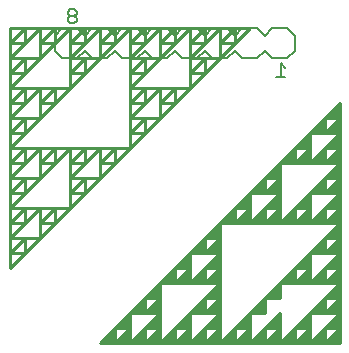
<source format=gbo>
G75*
G70*
%OFA0B0*%
%FSLAX24Y24*%
%IPPOS*%
%LPD*%
%AMOC8*
5,1,8,0,0,1.08239X$1,22.5*
%
%ADD10C,0.0100*%
%ADD11C,0.0060*%
%ADD12C,0.0050*%
D10*
X001276Y003151D02*
X001276Y003651D01*
X001776Y003651D01*
X001776Y004151D01*
X002276Y004151D01*
X002276Y004651D01*
X002776Y004651D01*
X002776Y005151D01*
X003276Y005151D01*
X002776Y004651D01*
X002776Y005151D01*
X002276Y004651D01*
X002276Y004151D01*
X002776Y004651D01*
X002276Y004651D02*
X002276Y005151D01*
X002776Y005151D01*
X002276Y005151D02*
X002276Y004651D01*
X002276Y004151D02*
X001776Y003651D01*
X001776Y004151D01*
X001276Y003651D01*
X001276Y003151D01*
X001776Y003651D01*
X001276Y003151D01*
X001276Y003651D01*
X001776Y003651D01*
X001276Y003651D02*
X001276Y003151D01*
X001276Y003651D02*
X001276Y004151D01*
X001776Y004151D01*
X001276Y004151D02*
X001276Y003651D01*
X001276Y004151D02*
X001276Y004651D01*
X001776Y004651D01*
X001276Y004151D01*
X001276Y004651D01*
X001276Y005151D01*
X001776Y005151D01*
X001776Y004651D01*
X002276Y005151D01*
X001776Y005151D01*
X001776Y004651D01*
X001276Y004651D02*
X001276Y005151D01*
X001276Y005651D01*
X001776Y005651D01*
X001776Y006151D01*
X002276Y006151D01*
X002276Y006651D01*
X002776Y006651D01*
X002776Y007151D01*
X003276Y007151D01*
X003276Y006651D01*
X003276Y006151D01*
X003276Y005651D01*
X003276Y005151D01*
X003776Y005651D01*
X003776Y006151D01*
X004276Y006151D01*
X004276Y006651D01*
X004776Y006651D01*
X004776Y007151D01*
X005276Y007151D01*
X004776Y006651D01*
X004776Y007151D01*
X004276Y006651D01*
X004276Y006151D01*
X004776Y006651D01*
X004276Y006651D02*
X004276Y007151D01*
X004776Y007151D01*
X004276Y007151D02*
X004276Y006651D01*
X003776Y006651D02*
X003776Y007151D01*
X004276Y007151D01*
X003776Y006651D01*
X003276Y006151D01*
X003776Y006151D01*
X003776Y005651D01*
X004276Y006151D01*
X003776Y006151D02*
X003276Y005651D01*
X003776Y005651D01*
X003276Y005151D01*
X003276Y005651D01*
X003276Y005151D01*
X003276Y005651D01*
X003776Y005651D01*
X003276Y005651D02*
X003276Y006151D01*
X003276Y006651D01*
X003776Y006651D01*
X003776Y007151D01*
X003276Y006651D01*
X003276Y007151D01*
X003776Y007151D01*
X003276Y007151D02*
X002776Y006651D01*
X002776Y007151D01*
X002276Y006651D01*
X002276Y006151D01*
X002776Y006651D01*
X002276Y006651D02*
X002276Y007151D01*
X002776Y007151D01*
X002276Y007151D02*
X002276Y006651D01*
X001776Y006651D02*
X001776Y007151D01*
X002276Y007151D01*
X001776Y006651D01*
X001276Y006151D01*
X001276Y005651D01*
X001276Y005151D01*
X001776Y005651D01*
X002276Y006151D01*
X001776Y006151D02*
X001776Y005651D01*
X001276Y005151D01*
X001276Y005651D01*
X001776Y005651D01*
X001776Y005151D02*
X001276Y004651D01*
X001276Y005151D02*
X001276Y005651D01*
X001776Y006151D01*
X001276Y006151D01*
X001276Y005651D01*
X001276Y006151D02*
X001276Y006651D01*
X001776Y006651D01*
X001776Y007151D01*
X001276Y006651D01*
X001276Y006151D01*
X001276Y006651D02*
X001276Y007151D01*
X001776Y007151D01*
X001276Y007151D02*
X001276Y006651D01*
X001276Y007151D02*
X001276Y007651D01*
X001776Y007651D01*
X001776Y008151D01*
X002276Y008151D01*
X002276Y008651D01*
X002776Y008651D01*
X002776Y009151D01*
X003276Y009151D01*
X002776Y008651D01*
X002776Y009151D01*
X002276Y008651D01*
X002276Y008151D01*
X002776Y008651D01*
X002276Y008651D02*
X002276Y009151D01*
X002776Y009151D01*
X002276Y009151D02*
X002276Y008651D01*
X002276Y008151D02*
X001776Y007651D01*
X001776Y008151D01*
X001276Y007651D01*
X001276Y007151D01*
X001776Y007651D01*
X001276Y007151D01*
X001276Y007651D01*
X001776Y007651D01*
X001276Y007651D02*
X001276Y007151D01*
X001276Y007651D02*
X001276Y008151D01*
X001776Y008151D01*
X001276Y008151D02*
X001276Y007651D01*
X001276Y008151D02*
X001276Y008651D01*
X001776Y008651D01*
X001276Y008151D01*
X001276Y008651D01*
X001276Y009151D01*
X001776Y009151D01*
X001776Y008651D01*
X002276Y009151D01*
X001776Y009151D01*
X001776Y008651D01*
X001276Y008651D02*
X001276Y009151D01*
X001276Y009651D01*
X001776Y009651D01*
X001776Y010151D01*
X002276Y010151D01*
X002276Y010651D01*
X002776Y010651D01*
X002776Y011151D01*
X003276Y011151D01*
X003276Y010651D01*
X003276Y010151D01*
X003276Y009651D01*
X003276Y009151D01*
X003776Y009651D01*
X003776Y010151D01*
X004276Y010151D01*
X004276Y010651D01*
X004776Y010651D01*
X004776Y011151D01*
X005276Y011151D01*
X005276Y010651D01*
X005276Y010151D01*
X005276Y009651D01*
X005276Y009151D01*
X005276Y008651D01*
X005276Y008151D01*
X005276Y007651D01*
X005276Y007151D01*
X005776Y007651D01*
X005776Y008151D01*
X006276Y008151D01*
X006276Y008651D01*
X006776Y008651D01*
X006776Y009151D01*
X007276Y009151D01*
X006776Y008651D01*
X006776Y009151D01*
X006276Y008651D01*
X006276Y008151D01*
X006776Y008651D01*
X006276Y008651D02*
X006276Y009151D01*
X006776Y009151D01*
X006276Y009151D02*
X006276Y008651D01*
X006276Y008151D02*
X005776Y007651D01*
X005776Y008151D01*
X005276Y007651D01*
X005776Y007651D01*
X005276Y007151D01*
X005276Y007651D01*
X005276Y007151D01*
X005276Y007651D01*
X005776Y007651D01*
X005276Y007651D02*
X005276Y008151D01*
X005776Y008151D01*
X005276Y008151D02*
X005276Y008651D01*
X005776Y008651D01*
X005276Y008151D01*
X005276Y008651D02*
X005776Y009151D01*
X005776Y008651D01*
X006276Y009151D01*
X005776Y009151D01*
X005776Y008651D01*
X005276Y008651D02*
X005276Y009151D01*
X005776Y009151D01*
X005276Y009151D02*
X005276Y009651D01*
X005776Y009651D01*
X005776Y010151D01*
X006276Y010151D01*
X006276Y010651D01*
X006776Y010651D01*
X006776Y011151D01*
X007276Y011151D01*
X007276Y010651D01*
X007276Y010151D01*
X007276Y009651D01*
X007276Y009151D01*
X007776Y009651D01*
X007776Y010151D01*
X008276Y010151D01*
X008276Y010651D01*
X008776Y010651D01*
X008776Y011151D01*
X009276Y011151D01*
X008776Y010651D01*
X008776Y011151D01*
X008276Y010651D01*
X008276Y010151D01*
X008776Y010651D01*
X008276Y010651D02*
X008276Y011151D01*
X008776Y011151D01*
X008276Y011151D02*
X008276Y010651D01*
X008276Y010151D02*
X007776Y009651D01*
X007776Y010151D01*
X007276Y009651D01*
X007776Y009651D01*
X007276Y009151D01*
X007276Y009651D01*
X007276Y009151D01*
X007276Y009651D01*
X007776Y009651D01*
X007276Y009651D02*
X007276Y010151D01*
X007776Y010151D01*
X007276Y010151D02*
X007276Y010651D01*
X007776Y010651D01*
X007276Y010151D01*
X007276Y010651D02*
X007776Y011151D01*
X007776Y010651D01*
X008276Y011151D01*
X007776Y011151D01*
X007776Y010651D01*
X007276Y010651D02*
X007276Y011151D01*
X007776Y011151D01*
X007276Y011151D02*
X006776Y010651D01*
X006776Y011151D01*
X006276Y010651D01*
X006276Y010151D01*
X006776Y010651D01*
X006276Y010651D02*
X006276Y011151D01*
X006776Y011151D01*
X006276Y011151D02*
X006276Y010651D01*
X006276Y010151D02*
X005776Y009651D01*
X005776Y010151D01*
X005276Y009651D01*
X005276Y009151D01*
X005776Y009651D01*
X005276Y009151D01*
X005276Y009651D01*
X005776Y009651D01*
X005276Y009651D02*
X005276Y010151D01*
X005776Y010151D01*
X005276Y010151D02*
X005276Y010651D01*
X005776Y010651D01*
X005276Y010151D01*
X005276Y010651D02*
X005776Y011151D01*
X005776Y010651D01*
X006276Y011151D01*
X005776Y011151D01*
X005776Y010651D01*
X005276Y010651D02*
X005276Y011151D01*
X005776Y011151D01*
X005276Y011151D02*
X004776Y010651D01*
X004776Y011151D01*
X004276Y010651D01*
X004276Y010151D01*
X004776Y010651D01*
X004276Y010651D02*
X004276Y011151D01*
X004776Y011151D01*
X004276Y011151D02*
X004276Y010651D01*
X004276Y010151D02*
X003776Y009651D01*
X003776Y010151D01*
X003276Y009651D01*
X003776Y009651D01*
X003276Y009151D01*
X003276Y009651D01*
X003276Y009151D01*
X003276Y009651D01*
X003776Y009651D01*
X003276Y009651D02*
X003276Y010151D01*
X003776Y010151D01*
X003276Y010151D02*
X003276Y010651D01*
X003776Y010651D01*
X003276Y010151D01*
X003276Y010651D02*
X003776Y011151D01*
X003776Y010651D01*
X004276Y011151D01*
X003776Y011151D01*
X003776Y010651D01*
X003276Y010651D02*
X003276Y011151D01*
X003776Y011151D01*
X003276Y011151D02*
X002776Y010651D01*
X002776Y011151D01*
X002276Y010651D01*
X002276Y010151D01*
X002776Y010651D01*
X002276Y010651D02*
X002276Y011151D01*
X002776Y011151D01*
X002276Y011151D02*
X002276Y010651D01*
X002276Y010151D02*
X001776Y009651D01*
X001776Y010151D01*
X001276Y009651D01*
X001276Y009151D01*
X001776Y009651D01*
X001276Y009151D01*
X001276Y009651D01*
X001776Y009651D01*
X001776Y009151D02*
X001276Y008651D01*
X001276Y009151D02*
X001276Y009651D01*
X001276Y010151D01*
X001776Y010151D01*
X001276Y010151D02*
X001276Y010651D01*
X001776Y010651D01*
X001276Y010151D01*
X001276Y009651D01*
X001276Y010151D02*
X001276Y010651D01*
X001276Y011151D01*
X001776Y011151D01*
X001776Y010651D01*
X002276Y011151D01*
X001776Y011151D01*
X001776Y010651D01*
X001276Y010651D02*
X001276Y011151D01*
X001776Y011151D02*
X001276Y010651D01*
X008013Y004389D02*
X008276Y004389D01*
X008276Y004487D02*
X008112Y004487D01*
X008211Y004586D02*
X008276Y004586D01*
X008276Y004651D02*
X007776Y004151D01*
X008276Y004151D01*
X008276Y004651D01*
X008776Y005151D01*
X009276Y005651D01*
X009276Y005151D01*
X008776Y005151D01*
X008776Y004651D01*
X008276Y004651D01*
X008309Y004684D02*
X008776Y004684D01*
X008776Y004651D02*
X009276Y005151D01*
X009276Y004651D01*
X008776Y004651D01*
X008809Y004684D02*
X009276Y004684D01*
X009276Y004651D02*
X009776Y005151D01*
X010276Y005651D01*
X010276Y005151D01*
X009776Y005151D01*
X009776Y004651D01*
X009276Y004651D01*
X009309Y004684D02*
X009776Y004684D01*
X009776Y004651D02*
X010276Y005151D01*
X010276Y004651D01*
X009776Y004651D01*
X009809Y004684D02*
X010276Y004684D01*
X010276Y004651D02*
X010776Y005151D01*
X011276Y005651D01*
X011276Y005151D01*
X010776Y005151D01*
X010776Y004651D01*
X010276Y004651D01*
X010309Y004684D02*
X010776Y004684D01*
X010776Y004651D02*
X011276Y005151D01*
X011276Y004651D01*
X010776Y004651D01*
X010809Y004684D02*
X011276Y004684D01*
X011276Y004651D02*
X011776Y005151D01*
X012276Y005651D01*
X012276Y005151D01*
X011776Y005151D01*
X011776Y004651D01*
X011276Y004651D01*
X011309Y004684D02*
X011776Y004684D01*
X011776Y004651D02*
X012276Y005151D01*
X012276Y004651D01*
X011776Y004151D01*
X012276Y004151D01*
X012276Y004651D01*
X011776Y004651D01*
X011809Y004684D02*
X012276Y004684D01*
X012276Y004586D02*
X012211Y004586D01*
X012276Y004487D02*
X012112Y004487D01*
X012013Y004389D02*
X012276Y004389D01*
X012276Y004290D02*
X011915Y004290D01*
X011816Y004191D02*
X012276Y004191D01*
X012276Y004151D02*
X011776Y003651D01*
X011776Y004151D01*
X011276Y003651D01*
X010776Y003151D01*
X011276Y003151D01*
X011276Y003651D01*
X011776Y003651D01*
X012276Y003651D01*
X011776Y003151D01*
X012276Y003151D01*
X012276Y003651D01*
X012276Y004151D01*
X012276Y004093D02*
X012218Y004093D01*
X012276Y003994D02*
X012119Y003994D01*
X012021Y003896D02*
X012276Y003896D01*
X012276Y003797D02*
X011922Y003797D01*
X011824Y003699D02*
X012276Y003699D01*
X012276Y003600D02*
X012225Y003600D01*
X012276Y003502D02*
X012127Y003502D01*
X012028Y003403D02*
X012276Y003403D01*
X012276Y003305D02*
X011929Y003305D01*
X011831Y003206D02*
X012276Y003206D01*
X012276Y003151D02*
X011776Y002651D01*
X011776Y003151D01*
X011276Y002651D01*
X011276Y003151D01*
X010776Y002651D01*
X010776Y003151D01*
X010276Y002651D01*
X009776Y002151D01*
X010276Y002151D01*
X010276Y002651D01*
X010776Y002651D01*
X011276Y002651D01*
X011776Y002651D01*
X012276Y002651D01*
X011776Y002151D01*
X012276Y002151D01*
X012276Y002651D01*
X012276Y003151D01*
X012276Y003107D02*
X012232Y003107D01*
X012276Y003009D02*
X012134Y003009D01*
X012035Y002910D02*
X012276Y002910D01*
X012276Y002812D02*
X011937Y002812D01*
X011838Y002713D02*
X012276Y002713D01*
X012276Y002615D02*
X012240Y002615D01*
X012276Y002516D02*
X012141Y002516D01*
X012043Y002418D02*
X012276Y002418D01*
X012276Y002319D02*
X011944Y002319D01*
X011845Y002221D02*
X012276Y002221D01*
X012276Y002151D02*
X011776Y001651D01*
X011776Y002151D01*
X011276Y001651D01*
X010776Y001151D01*
X011276Y001151D01*
X011276Y001651D01*
X011776Y001651D01*
X012276Y001651D01*
X011776Y001151D01*
X012276Y001151D01*
X012276Y001651D01*
X012276Y002151D01*
X012276Y002122D02*
X012247Y002122D01*
X012276Y002024D02*
X012148Y002024D01*
X012050Y001925D02*
X012276Y001925D01*
X012276Y001826D02*
X011951Y001826D01*
X011853Y001728D02*
X012276Y001728D01*
X012276Y001629D02*
X012254Y001629D01*
X012276Y001531D02*
X012156Y001531D01*
X012057Y001432D02*
X012276Y001432D01*
X012276Y001334D02*
X011959Y001334D01*
X011860Y001235D02*
X012276Y001235D01*
X012276Y001151D02*
X011776Y000651D01*
X011776Y001151D01*
X011276Y000651D01*
X011276Y001151D01*
X010776Y000651D01*
X010776Y001151D01*
X010276Y000651D01*
X010276Y001151D01*
X010276Y001651D01*
X009776Y001151D01*
X010276Y001151D01*
X009776Y000651D01*
X009776Y001151D01*
X009276Y000651D01*
X009276Y001151D01*
X009276Y001651D01*
X008776Y001151D01*
X009276Y001151D01*
X008776Y000651D01*
X008776Y001151D01*
X008276Y000651D01*
X008276Y001151D01*
X008276Y001651D01*
X007776Y001151D01*
X008276Y001151D01*
X007776Y000651D01*
X007776Y001151D01*
X007276Y000651D01*
X007276Y001151D01*
X007276Y001651D01*
X006776Y001151D01*
X007276Y001151D01*
X006776Y000651D01*
X006776Y001151D01*
X006276Y000651D01*
X006276Y001151D01*
X006276Y001651D01*
X005776Y001151D01*
X006276Y001151D01*
X005776Y000651D01*
X005776Y001151D01*
X005276Y000651D01*
X005276Y001151D01*
X005276Y001651D01*
X004776Y001151D01*
X005276Y001151D01*
X004776Y000651D01*
X004776Y001151D01*
X004276Y000651D01*
X004776Y000651D01*
X005276Y000651D01*
X005776Y000651D01*
X006276Y000651D01*
X006776Y000651D01*
X007276Y000651D01*
X007776Y000651D01*
X008276Y000651D01*
X008776Y000651D01*
X009276Y000651D01*
X009776Y000651D01*
X010276Y000651D01*
X010776Y000651D01*
X011276Y000651D01*
X011776Y000651D01*
X012276Y000651D01*
X012276Y001151D01*
X012276Y001137D02*
X012261Y001137D01*
X012276Y001038D02*
X012163Y001038D01*
X012064Y000940D02*
X012276Y000940D01*
X012276Y000841D02*
X011966Y000841D01*
X011867Y000742D02*
X012276Y000742D01*
X011776Y000742D02*
X011367Y000742D01*
X011276Y000742D02*
X010867Y000742D01*
X010776Y000742D02*
X010367Y000742D01*
X010276Y000742D02*
X009867Y000742D01*
X009776Y000742D02*
X009367Y000742D01*
X009276Y000742D02*
X008867Y000742D01*
X008776Y000742D02*
X008367Y000742D01*
X008276Y000742D02*
X007867Y000742D01*
X007776Y000742D02*
X007367Y000742D01*
X007276Y000742D02*
X006867Y000742D01*
X006776Y000742D02*
X006367Y000742D01*
X006276Y000742D02*
X005867Y000742D01*
X005776Y000742D02*
X005367Y000742D01*
X005276Y000742D02*
X004867Y000742D01*
X004776Y000742D02*
X004367Y000742D01*
X004466Y000841D02*
X004776Y000841D01*
X004776Y000940D02*
X004564Y000940D01*
X004663Y001038D02*
X004776Y001038D01*
X004776Y001137D02*
X004761Y001137D01*
X004860Y001235D02*
X005276Y001235D01*
X005276Y001137D02*
X005261Y001137D01*
X005276Y001038D02*
X005163Y001038D01*
X005064Y000940D02*
X005276Y000940D01*
X005276Y000841D02*
X004966Y000841D01*
X005466Y000841D02*
X005776Y000841D01*
X005776Y000940D02*
X005564Y000940D01*
X005663Y001038D02*
X005776Y001038D01*
X005776Y001137D02*
X005761Y001137D01*
X005860Y001235D02*
X006276Y001235D01*
X006276Y001137D02*
X006261Y001137D01*
X006276Y001038D02*
X006163Y001038D01*
X006064Y000940D02*
X006276Y000940D01*
X006276Y000841D02*
X005966Y000841D01*
X006466Y000841D02*
X006776Y000841D01*
X006776Y000940D02*
X006564Y000940D01*
X006663Y001038D02*
X006776Y001038D01*
X006776Y001137D02*
X006761Y001137D01*
X006860Y001235D02*
X007276Y001235D01*
X007276Y001137D02*
X007261Y001137D01*
X007276Y001038D02*
X007163Y001038D01*
X007064Y000940D02*
X007276Y000940D01*
X007276Y000841D02*
X006966Y000841D01*
X007466Y000841D02*
X007776Y000841D01*
X007776Y000940D02*
X007564Y000940D01*
X007663Y001038D02*
X007776Y001038D01*
X007776Y001137D02*
X007761Y001137D01*
X007860Y001235D02*
X008276Y001235D01*
X008276Y001137D02*
X008261Y001137D01*
X008276Y001038D02*
X008163Y001038D01*
X008064Y000940D02*
X008276Y000940D01*
X008276Y000841D02*
X007966Y000841D01*
X008466Y000841D02*
X008776Y000841D01*
X008776Y000940D02*
X008564Y000940D01*
X008663Y001038D02*
X008776Y001038D01*
X008776Y001137D02*
X008761Y001137D01*
X008860Y001235D02*
X009276Y001235D01*
X009276Y001137D02*
X009261Y001137D01*
X009276Y001038D02*
X009163Y001038D01*
X009064Y000940D02*
X009276Y000940D01*
X009276Y000841D02*
X008966Y000841D01*
X009466Y000841D02*
X009776Y000841D01*
X009776Y000940D02*
X009564Y000940D01*
X009663Y001038D02*
X009776Y001038D01*
X009776Y001137D02*
X009761Y001137D01*
X009860Y001235D02*
X010276Y001235D01*
X010276Y001137D02*
X010261Y001137D01*
X010276Y001038D02*
X010163Y001038D01*
X010064Y000940D02*
X010276Y000940D01*
X010276Y000841D02*
X009966Y000841D01*
X010466Y000841D02*
X010776Y000841D01*
X010776Y000940D02*
X010564Y000940D01*
X010663Y001038D02*
X010776Y001038D01*
X010776Y001137D02*
X010761Y001137D01*
X010860Y001235D02*
X011276Y001235D01*
X011276Y001137D02*
X011261Y001137D01*
X011276Y001038D02*
X011163Y001038D01*
X011064Y000940D02*
X011276Y000940D01*
X011276Y000841D02*
X010966Y000841D01*
X011466Y000841D02*
X011776Y000841D01*
X011776Y000940D02*
X011564Y000940D01*
X011663Y001038D02*
X011776Y001038D01*
X011776Y001137D02*
X011761Y001137D01*
X011276Y001334D02*
X010959Y001334D01*
X011057Y001432D02*
X011276Y001432D01*
X011276Y001531D02*
X011156Y001531D01*
X011254Y001629D02*
X011276Y001629D01*
X011353Y001728D02*
X011776Y001728D01*
X011776Y001826D02*
X011451Y001826D01*
X011550Y001925D02*
X011776Y001925D01*
X011776Y002024D02*
X011648Y002024D01*
X011747Y002122D02*
X011776Y002122D01*
X011776Y002713D02*
X011338Y002713D01*
X011276Y002713D02*
X010838Y002713D01*
X010776Y002713D02*
X010338Y002713D01*
X010276Y002615D02*
X010240Y002615D01*
X010276Y002516D02*
X010141Y002516D01*
X010043Y002418D02*
X010276Y002418D01*
X010276Y002319D02*
X009944Y002319D01*
X009845Y002221D02*
X010276Y002221D01*
X009776Y002151D02*
X009776Y001651D01*
X009276Y001651D01*
X009776Y002151D01*
X009776Y002122D02*
X009747Y002122D01*
X009776Y002024D02*
X009648Y002024D01*
X009550Y001925D02*
X009776Y001925D01*
X009776Y001826D02*
X009451Y001826D01*
X009353Y001728D02*
X009776Y001728D01*
X010057Y001432D02*
X010276Y001432D01*
X010276Y001334D02*
X009959Y001334D01*
X010156Y001531D02*
X010276Y001531D01*
X010276Y001629D02*
X010254Y001629D01*
X009276Y001629D02*
X009254Y001629D01*
X009276Y001531D02*
X009156Y001531D01*
X009057Y001432D02*
X009276Y001432D01*
X009276Y001334D02*
X008959Y001334D01*
X008276Y001334D02*
X007959Y001334D01*
X008057Y001432D02*
X008276Y001432D01*
X008276Y001531D02*
X008156Y001531D01*
X008254Y001629D02*
X008276Y001629D01*
X008276Y001651D02*
X008276Y002151D01*
X008276Y002651D01*
X007776Y002151D01*
X008276Y002151D01*
X007776Y001651D01*
X007776Y002151D01*
X007276Y001651D01*
X007776Y001651D01*
X008276Y001651D01*
X008276Y001728D02*
X007853Y001728D01*
X007776Y001728D02*
X007353Y001728D01*
X007276Y001629D02*
X007254Y001629D01*
X007276Y001531D02*
X007156Y001531D01*
X007057Y001432D02*
X007276Y001432D01*
X007276Y001334D02*
X006959Y001334D01*
X007451Y001826D02*
X007776Y001826D01*
X007776Y001925D02*
X007550Y001925D01*
X007648Y002024D02*
X007776Y002024D01*
X007776Y002122D02*
X007747Y002122D01*
X007845Y002221D02*
X008276Y002221D01*
X008276Y002319D02*
X007944Y002319D01*
X008043Y002418D02*
X008276Y002418D01*
X008276Y002516D02*
X008141Y002516D01*
X008240Y002615D02*
X008276Y002615D01*
X008276Y002651D02*
X008276Y003151D01*
X008276Y003651D01*
X007776Y003151D01*
X008276Y003151D01*
X007776Y002651D01*
X007776Y003151D01*
X007276Y002651D01*
X007276Y003151D01*
X007276Y003651D01*
X006776Y003151D01*
X007276Y003151D01*
X006776Y002651D01*
X006776Y003151D01*
X006276Y002651D01*
X005776Y002151D01*
X006276Y002151D01*
X006276Y002651D01*
X006776Y002651D01*
X007276Y002651D01*
X007776Y002651D01*
X008276Y002651D01*
X008276Y002713D02*
X007838Y002713D01*
X007776Y002713D02*
X007338Y002713D01*
X007276Y002713D02*
X006838Y002713D01*
X006776Y002713D02*
X006338Y002713D01*
X006276Y002615D02*
X006240Y002615D01*
X006276Y002516D02*
X006141Y002516D01*
X006043Y002418D02*
X006276Y002418D01*
X006276Y002319D02*
X005944Y002319D01*
X005845Y002221D02*
X006276Y002221D01*
X006276Y002151D02*
X005776Y001651D01*
X005776Y002151D01*
X005276Y001651D01*
X005776Y001651D01*
X006276Y001651D01*
X006276Y002151D01*
X006276Y002122D02*
X006247Y002122D01*
X006276Y002024D02*
X006148Y002024D01*
X006050Y001925D02*
X006276Y001925D01*
X006276Y001826D02*
X005951Y001826D01*
X005853Y001728D02*
X006276Y001728D01*
X006276Y001629D02*
X006254Y001629D01*
X006276Y001531D02*
X006156Y001531D01*
X006057Y001432D02*
X006276Y001432D01*
X006276Y001334D02*
X005959Y001334D01*
X005776Y001728D02*
X005353Y001728D01*
X005276Y001629D02*
X005254Y001629D01*
X005276Y001531D02*
X005156Y001531D01*
X005057Y001432D02*
X005276Y001432D01*
X005276Y001334D02*
X004959Y001334D01*
X005451Y001826D02*
X005776Y001826D01*
X005776Y001925D02*
X005550Y001925D01*
X005648Y002024D02*
X005776Y002024D01*
X005776Y002122D02*
X005747Y002122D01*
X006437Y002812D02*
X006776Y002812D01*
X006776Y002910D02*
X006535Y002910D01*
X006634Y003009D02*
X006776Y003009D01*
X006776Y003107D02*
X006732Y003107D01*
X006831Y003206D02*
X007276Y003206D01*
X007276Y003107D02*
X007232Y003107D01*
X007276Y003009D02*
X007134Y003009D01*
X007035Y002910D02*
X007276Y002910D01*
X007276Y002812D02*
X006937Y002812D01*
X006929Y003305D02*
X007276Y003305D01*
X007276Y003403D02*
X007028Y003403D01*
X007127Y003502D02*
X007276Y003502D01*
X007276Y003600D02*
X007225Y003600D01*
X007276Y003651D02*
X007776Y004151D01*
X007776Y003651D01*
X007276Y003651D01*
X007324Y003699D02*
X007776Y003699D01*
X007824Y003699D02*
X008276Y003699D01*
X008276Y003651D02*
X008276Y004151D01*
X007776Y003651D01*
X008276Y003651D01*
X008276Y003600D02*
X008225Y003600D01*
X008276Y003502D02*
X008127Y003502D01*
X008028Y003403D02*
X008276Y003403D01*
X008276Y003305D02*
X007929Y003305D01*
X007831Y003206D02*
X008276Y003206D01*
X008276Y003107D02*
X008232Y003107D01*
X008276Y003009D02*
X008134Y003009D01*
X008035Y002910D02*
X008276Y002910D01*
X008276Y002812D02*
X007937Y002812D01*
X007776Y002812D02*
X007437Y002812D01*
X007535Y002910D02*
X007776Y002910D01*
X007776Y003009D02*
X007634Y003009D01*
X007732Y003107D02*
X007776Y003107D01*
X007776Y003797D02*
X007422Y003797D01*
X007521Y003896D02*
X007776Y003896D01*
X007776Y003994D02*
X007619Y003994D01*
X007718Y004093D02*
X007776Y004093D01*
X007816Y004191D02*
X008276Y004191D01*
X008276Y004093D02*
X008218Y004093D01*
X008276Y003994D02*
X008119Y003994D01*
X008021Y003896D02*
X008276Y003896D01*
X008276Y003797D02*
X007922Y003797D01*
X007915Y004290D02*
X008276Y004290D01*
X008408Y004783D02*
X008776Y004783D01*
X008776Y004881D02*
X008506Y004881D01*
X008605Y004980D02*
X008776Y004980D01*
X008776Y005078D02*
X008703Y005078D01*
X008802Y005177D02*
X009276Y005177D01*
X009276Y005275D02*
X008900Y005275D01*
X008999Y005374D02*
X009276Y005374D01*
X009276Y005473D02*
X009097Y005473D01*
X009196Y005571D02*
X009276Y005571D01*
X009276Y005651D02*
X009776Y006151D01*
X010276Y006651D01*
X010276Y006151D01*
X009776Y006151D01*
X009776Y005651D01*
X009276Y005651D01*
X009294Y005670D02*
X009776Y005670D01*
X009794Y005670D02*
X010276Y005670D01*
X010276Y005651D02*
X010276Y006151D01*
X009776Y005651D01*
X010276Y005651D01*
X010276Y005571D02*
X010196Y005571D01*
X010276Y005473D02*
X010097Y005473D01*
X009999Y005374D02*
X010276Y005374D01*
X010276Y005275D02*
X009900Y005275D01*
X009802Y005177D02*
X010276Y005177D01*
X010276Y005078D02*
X010203Y005078D01*
X010276Y004980D02*
X010105Y004980D01*
X010006Y004881D02*
X010276Y004881D01*
X010276Y004783D02*
X009908Y004783D01*
X009776Y004783D02*
X009408Y004783D01*
X009276Y004783D02*
X008908Y004783D01*
X009006Y004881D02*
X009276Y004881D01*
X009276Y004980D02*
X009105Y004980D01*
X009203Y005078D02*
X009276Y005078D01*
X009506Y004881D02*
X009776Y004881D01*
X009776Y004980D02*
X009605Y004980D01*
X009703Y005078D02*
X009776Y005078D01*
X009776Y005768D02*
X009393Y005768D01*
X009492Y005867D02*
X009776Y005867D01*
X009776Y005965D02*
X009590Y005965D01*
X009689Y006064D02*
X009776Y006064D01*
X009787Y006162D02*
X010276Y006162D01*
X010276Y006064D02*
X010189Y006064D01*
X010276Y005965D02*
X010090Y005965D01*
X009992Y005867D02*
X010276Y005867D01*
X010276Y005768D02*
X009893Y005768D01*
X009886Y006261D02*
X010276Y006261D01*
X010276Y006359D02*
X009984Y006359D01*
X010083Y006458D02*
X010276Y006458D01*
X010276Y006556D02*
X010181Y006556D01*
X010276Y006651D02*
X010776Y007151D01*
X011276Y007651D01*
X011276Y007151D01*
X010776Y007151D01*
X010776Y006651D01*
X010276Y006651D01*
X010280Y006655D02*
X010776Y006655D01*
X010776Y006651D02*
X011276Y007151D01*
X011276Y006651D01*
X010776Y006651D01*
X010780Y006655D02*
X011276Y006655D01*
X011276Y006651D02*
X011776Y007151D01*
X012276Y007651D01*
X012276Y007151D01*
X011776Y007151D01*
X011776Y006651D01*
X011276Y006651D01*
X011280Y006655D02*
X011776Y006655D01*
X011776Y006651D02*
X012276Y007151D01*
X012276Y006651D01*
X011776Y006151D01*
X012276Y006151D01*
X012276Y006651D01*
X011776Y006651D01*
X011780Y006655D02*
X012276Y006655D01*
X012276Y006556D02*
X012181Y006556D01*
X012276Y006458D02*
X012083Y006458D01*
X011984Y006359D02*
X012276Y006359D01*
X012276Y006261D02*
X011886Y006261D01*
X011787Y006162D02*
X012276Y006162D01*
X012276Y006151D02*
X011776Y005651D01*
X011776Y006151D01*
X011276Y005651D01*
X011776Y005651D01*
X012276Y005651D01*
X012276Y006151D01*
X012276Y006064D02*
X012189Y006064D01*
X012276Y005965D02*
X012090Y005965D01*
X011992Y005867D02*
X012276Y005867D01*
X012276Y005768D02*
X011893Y005768D01*
X011776Y005768D02*
X011393Y005768D01*
X011294Y005670D02*
X011776Y005670D01*
X011794Y005670D02*
X012276Y005670D01*
X012276Y005571D02*
X012196Y005571D01*
X012276Y005473D02*
X012097Y005473D01*
X011999Y005374D02*
X012276Y005374D01*
X012276Y005275D02*
X011900Y005275D01*
X011802Y005177D02*
X012276Y005177D01*
X012276Y005078D02*
X012203Y005078D01*
X012276Y004980D02*
X012105Y004980D01*
X012006Y004881D02*
X012276Y004881D01*
X012276Y004783D02*
X011908Y004783D01*
X011776Y004783D02*
X011408Y004783D01*
X011276Y004783D02*
X010908Y004783D01*
X010776Y004783D02*
X010408Y004783D01*
X010506Y004881D02*
X010776Y004881D01*
X010776Y004980D02*
X010605Y004980D01*
X010703Y005078D02*
X010776Y005078D01*
X010802Y005177D02*
X011276Y005177D01*
X011276Y005275D02*
X010900Y005275D01*
X010999Y005374D02*
X011276Y005374D01*
X011276Y005473D02*
X011097Y005473D01*
X011196Y005571D02*
X011276Y005571D01*
X011492Y005867D02*
X011776Y005867D01*
X011776Y005965D02*
X011590Y005965D01*
X011689Y006064D02*
X011776Y006064D01*
X011776Y006754D02*
X011378Y006754D01*
X011276Y006754D02*
X010878Y006754D01*
X010776Y006754D02*
X010378Y006754D01*
X010477Y006852D02*
X010776Y006852D01*
X010776Y006951D02*
X010576Y006951D01*
X010674Y007049D02*
X010776Y007049D01*
X010773Y007148D02*
X010776Y007148D01*
X010871Y007246D02*
X011276Y007246D01*
X011273Y007148D02*
X011276Y007148D01*
X011276Y007049D02*
X011174Y007049D01*
X011076Y006951D02*
X011276Y006951D01*
X011276Y006852D02*
X010977Y006852D01*
X010970Y007345D02*
X011276Y007345D01*
X011276Y007443D02*
X011068Y007443D01*
X011167Y007542D02*
X011276Y007542D01*
X011265Y007640D02*
X011276Y007640D01*
X011276Y007651D02*
X011776Y008151D01*
X012276Y008651D01*
X012276Y008151D01*
X011776Y008151D01*
X011776Y007651D01*
X011276Y007651D01*
X011364Y007739D02*
X011776Y007739D01*
X011776Y007651D02*
X012276Y008151D01*
X012276Y007651D01*
X011776Y007651D01*
X011864Y007739D02*
X012276Y007739D01*
X012276Y007838D02*
X011962Y007838D01*
X012061Y007936D02*
X012276Y007936D01*
X012276Y008035D02*
X012160Y008035D01*
X012258Y008133D02*
X012276Y008133D01*
X012276Y008232D02*
X011857Y008232D01*
X011776Y008133D02*
X011758Y008133D01*
X011776Y008035D02*
X011660Y008035D01*
X011561Y007936D02*
X011776Y007936D01*
X011776Y007838D02*
X011462Y007838D01*
X011970Y007345D02*
X012276Y007345D01*
X012276Y007443D02*
X012068Y007443D01*
X012167Y007542D02*
X012276Y007542D01*
X012265Y007640D02*
X012276Y007640D01*
X012276Y007246D02*
X011871Y007246D01*
X011776Y007148D02*
X011773Y007148D01*
X011776Y007049D02*
X011674Y007049D01*
X011576Y006951D02*
X011776Y006951D01*
X011776Y006852D02*
X011477Y006852D01*
X011878Y006754D02*
X012276Y006754D01*
X012276Y006852D02*
X011977Y006852D01*
X012076Y006951D02*
X012276Y006951D01*
X012276Y007049D02*
X012174Y007049D01*
X012273Y007148D02*
X012276Y007148D01*
X012276Y008330D02*
X011955Y008330D01*
X012054Y008429D02*
X012276Y008429D01*
X012276Y008527D02*
X012152Y008527D01*
X012251Y008626D02*
X012276Y008626D01*
X011776Y005078D02*
X011703Y005078D01*
X011776Y004980D02*
X011605Y004980D01*
X011506Y004881D02*
X011776Y004881D01*
X011276Y004881D02*
X011006Y004881D01*
X011105Y004980D02*
X011276Y004980D01*
X011276Y005078D02*
X011203Y005078D01*
X011718Y004093D02*
X011776Y004093D01*
X011776Y003994D02*
X011619Y003994D01*
X011521Y003896D02*
X011776Y003896D01*
X011776Y003797D02*
X011422Y003797D01*
X011324Y003699D02*
X011776Y003699D01*
X011276Y003600D02*
X011225Y003600D01*
X011276Y003502D02*
X011127Y003502D01*
X011028Y003403D02*
X011276Y003403D01*
X011276Y003305D02*
X010929Y003305D01*
X010831Y003206D02*
X011276Y003206D01*
X011276Y003107D02*
X011232Y003107D01*
X011276Y003009D02*
X011134Y003009D01*
X011035Y002910D02*
X011276Y002910D01*
X011276Y002812D02*
X010937Y002812D01*
X010776Y002812D02*
X010437Y002812D01*
X010535Y002910D02*
X010776Y002910D01*
X010776Y003009D02*
X010634Y003009D01*
X010732Y003107D02*
X010776Y003107D01*
X011437Y002812D02*
X011776Y002812D01*
X011776Y002910D02*
X011535Y002910D01*
X011634Y003009D02*
X011776Y003009D01*
X011776Y003107D02*
X011732Y003107D01*
X008276Y002122D02*
X008247Y002122D01*
X008276Y002024D02*
X008148Y002024D01*
X008050Y001925D02*
X008276Y001925D01*
X008276Y001826D02*
X007951Y001826D01*
D11*
X008026Y010151D02*
X008526Y010151D01*
X008776Y010401D01*
X009026Y010151D01*
X009526Y010151D01*
X009776Y010401D01*
X010026Y010151D01*
X010526Y010151D01*
X010776Y010401D01*
X010776Y010901D01*
X010526Y011151D01*
X010026Y011151D01*
X009776Y010901D01*
X009526Y011151D01*
X009026Y011151D01*
X008776Y010901D01*
X008526Y011151D01*
X008026Y011151D01*
X007776Y010901D01*
X007526Y011151D01*
X007026Y011151D01*
X006776Y010901D01*
X006526Y011151D01*
X006026Y011151D01*
X005776Y010901D01*
X005526Y011151D01*
X005026Y011151D01*
X004776Y010901D01*
X004526Y011151D01*
X004026Y011151D01*
X003776Y010901D01*
X003526Y011151D01*
X003026Y011151D01*
X002776Y010901D01*
X002776Y010401D01*
X003026Y010151D01*
X003526Y010151D01*
X003776Y010401D01*
X004026Y010151D01*
X004526Y010151D01*
X004776Y010401D01*
X005026Y010151D01*
X005526Y010151D01*
X005776Y010401D01*
X006026Y010151D01*
X006526Y010151D01*
X006776Y010401D01*
X007026Y010151D01*
X007526Y010151D01*
X007776Y010401D01*
X008026Y010151D01*
D12*
X010151Y009526D02*
X010451Y009526D01*
X010301Y009526D02*
X010301Y009977D01*
X010451Y009826D01*
X003501Y011401D02*
X003501Y011476D01*
X003426Y011551D01*
X003276Y011551D01*
X003201Y011476D01*
X003201Y011401D01*
X003276Y011326D01*
X003426Y011326D01*
X003501Y011401D01*
X003426Y011551D02*
X003501Y011626D01*
X003501Y011701D01*
X003426Y011777D01*
X003276Y011777D01*
X003201Y011701D01*
X003201Y011626D01*
X003276Y011551D01*
M02*

</source>
